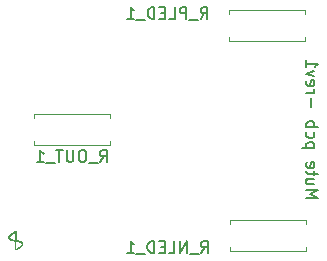
<source format=gbr>
G04 #@! TF.GenerationSoftware,KiCad,Pcbnew,(5.0.0)*
G04 #@! TF.CreationDate,2018-08-26T14:54:30+02:00*
G04 #@! TF.ProjectId,1u_mute,31755F6D7574652E6B696361645F7063,rev?*
G04 #@! TF.SameCoordinates,Original*
G04 #@! TF.FileFunction,Legend,Bot*
G04 #@! TF.FilePolarity,Positive*
%FSLAX46Y46*%
G04 Gerber Fmt 4.6, Leading zero omitted, Abs format (unit mm)*
G04 Created by KiCad (PCBNEW (5.0.0)) date 08/26/18 14:54:30*
%MOMM*%
%LPD*%
G01*
G04 APERTURE LIST*
%ADD10C,0.200000*%
%ADD11C,0.120000*%
%ADD12C,0.050000*%
%ADD13C,0.150000*%
G04 APERTURE END LIST*
D10*
X26147619Y-16809523D02*
X27147619Y-16809523D01*
X26433333Y-16476190D01*
X27147619Y-16142857D01*
X26147619Y-16142857D01*
X26814285Y-15238095D02*
X26147619Y-15238095D01*
X26814285Y-15666666D02*
X26290476Y-15666666D01*
X26195238Y-15619047D01*
X26147619Y-15523809D01*
X26147619Y-15380952D01*
X26195238Y-15285714D01*
X26242857Y-15238095D01*
X26814285Y-14904761D02*
X26814285Y-14523809D01*
X27147619Y-14761904D02*
X26290476Y-14761904D01*
X26195238Y-14714285D01*
X26147619Y-14619047D01*
X26147619Y-14523809D01*
X26195238Y-13809523D02*
X26147619Y-13904761D01*
X26147619Y-14095238D01*
X26195238Y-14190476D01*
X26290476Y-14238095D01*
X26671428Y-14238095D01*
X26766666Y-14190476D01*
X26814285Y-14095238D01*
X26814285Y-13904761D01*
X26766666Y-13809523D01*
X26671428Y-13761904D01*
X26576190Y-13761904D01*
X26480952Y-14238095D01*
X26814285Y-12571428D02*
X25814285Y-12571428D01*
X26766666Y-12571428D02*
X26814285Y-12476190D01*
X26814285Y-12285714D01*
X26766666Y-12190476D01*
X26719047Y-12142857D01*
X26623809Y-12095238D01*
X26338095Y-12095238D01*
X26242857Y-12142857D01*
X26195238Y-12190476D01*
X26147619Y-12285714D01*
X26147619Y-12476190D01*
X26195238Y-12571428D01*
X26195238Y-11238095D02*
X26147619Y-11333333D01*
X26147619Y-11523809D01*
X26195238Y-11619047D01*
X26242857Y-11666666D01*
X26338095Y-11714285D01*
X26623809Y-11714285D01*
X26719047Y-11666666D01*
X26766666Y-11619047D01*
X26814285Y-11523809D01*
X26814285Y-11333333D01*
X26766666Y-11238095D01*
X26147619Y-10809523D02*
X27147619Y-10809523D01*
X26766666Y-10809523D02*
X26814285Y-10714285D01*
X26814285Y-10523809D01*
X26766666Y-10428571D01*
X26719047Y-10380952D01*
X26623809Y-10333333D01*
X26338095Y-10333333D01*
X26242857Y-10380952D01*
X26195238Y-10428571D01*
X26147619Y-10523809D01*
X26147619Y-10714285D01*
X26195238Y-10809523D01*
X26528571Y-9142857D02*
X26528571Y-8380952D01*
X26147619Y-7904761D02*
X26814285Y-7904761D01*
X26623809Y-7904761D02*
X26719047Y-7857142D01*
X26766666Y-7809523D01*
X26814285Y-7714285D01*
X26814285Y-7619047D01*
X26195238Y-6904761D02*
X26147619Y-7000000D01*
X26147619Y-7190476D01*
X26195238Y-7285714D01*
X26290476Y-7333333D01*
X26671428Y-7333333D01*
X26766666Y-7285714D01*
X26814285Y-7190476D01*
X26814285Y-7000000D01*
X26766666Y-6904761D01*
X26671428Y-6857142D01*
X26576190Y-6857142D01*
X26480952Y-7333333D01*
X26814285Y-6523809D02*
X26147619Y-6285714D01*
X26814285Y-6047619D01*
X26147619Y-5142857D02*
X26147619Y-5714285D01*
X26147619Y-5428571D02*
X27147619Y-5428571D01*
X27004761Y-5523809D01*
X26909523Y-5619047D01*
X26861904Y-5714285D01*
D11*
G04 #@! TO.C,R_NLED_1*
X26080000Y-18690000D02*
X26080000Y-19020000D01*
X19660000Y-18690000D02*
X26080000Y-18690000D01*
X19660000Y-19020000D02*
X19660000Y-18690000D01*
X26080000Y-21310000D02*
X26080000Y-20980000D01*
X19660000Y-21310000D02*
X26080000Y-21310000D01*
X19660000Y-20980000D02*
X19660000Y-21310000D01*
G04 #@! TO.C,R_OUT_1*
X3100000Y-11980000D02*
X3100000Y-12310000D01*
X3100000Y-12310000D02*
X9520000Y-12310000D01*
X9520000Y-12310000D02*
X9520000Y-11980000D01*
X3100000Y-10020000D02*
X3100000Y-9690000D01*
X3100000Y-9690000D02*
X9520000Y-9690000D01*
X9520000Y-9690000D02*
X9520000Y-10020000D01*
G04 #@! TO.C,R_PLED_1*
X26020000Y-890000D02*
X26020000Y-1220000D01*
X19600000Y-890000D02*
X26020000Y-890000D01*
X19600000Y-1220000D02*
X19600000Y-890000D01*
X26020000Y-3510000D02*
X26020000Y-3180000D01*
X19600000Y-3510000D02*
X26020000Y-3510000D01*
X19600000Y-3180000D02*
X19600000Y-3510000D01*
D12*
G04 #@! TO.C,REF\002A\002A*
X1329657Y-20349699D02*
X1339733Y-20351487D01*
X1359927Y-20354917D02*
X1370044Y-20356560D01*
X1410559Y-20362681D02*
X1420695Y-20364103D01*
X1319575Y-20347856D02*
X1329657Y-20349699D01*
X1160402Y-20309566D02*
X1170193Y-20312559D01*
X1370044Y-20356560D02*
X1380167Y-20358158D01*
X1400417Y-20361215D02*
X1410559Y-20362681D01*
X1451140Y-20368131D02*
X1461305Y-20369398D01*
X1380167Y-20358158D02*
X1390289Y-20359708D01*
X1249395Y-20333353D02*
X1259383Y-20335612D01*
X1239430Y-20331026D02*
X1249395Y-20333353D01*
X1440986Y-20366827D02*
X1451140Y-20368131D01*
X1170193Y-20312559D02*
X1180018Y-20315456D01*
X1501969Y-20374103D02*
X1502011Y-20374108D01*
X1219542Y-20326155D02*
X1229475Y-20328627D01*
X1502011Y-20374108D02*
X1502009Y-20374105D01*
X1481623Y-20371820D02*
X1491799Y-20372979D01*
X1229475Y-20328627D02*
X1239430Y-20331026D01*
X1121566Y-20296514D02*
X1131213Y-20299949D01*
X1430842Y-20365485D02*
X1440986Y-20366827D01*
X1269390Y-20337806D02*
X1279396Y-20339933D01*
X1199742Y-20320976D02*
X1209628Y-20323605D01*
X1299459Y-20344009D02*
X1309506Y-20345959D01*
X1150635Y-20306469D02*
X1160402Y-20309566D01*
X1420695Y-20364103D02*
X1430842Y-20365485D01*
X1189875Y-20318262D02*
X1199742Y-20320976D01*
X1339733Y-20351487D02*
X1349818Y-20353225D01*
X1289416Y-20342000D02*
X1299459Y-20344009D01*
X1471457Y-20370626D02*
X1481623Y-20371820D01*
X1349818Y-20353225D02*
X1359927Y-20354917D01*
X1140909Y-20303267D02*
X1150635Y-20306469D01*
X1209628Y-20323605D02*
X1219542Y-20326155D01*
X1390289Y-20359708D02*
X1400417Y-20361215D01*
X1309506Y-20345959D02*
X1319575Y-20347856D01*
X1180018Y-20315456D02*
X1189875Y-20318262D01*
X1131213Y-20299949D02*
X1140909Y-20303267D01*
X1461305Y-20369398D02*
X1471457Y-20370626D01*
X1259383Y-20335612D02*
X1269390Y-20337806D01*
X1491799Y-20372979D02*
X1501969Y-20374103D01*
X1279396Y-20339933D02*
X1289416Y-20342000D01*
X1183441Y-19868631D02*
X1175027Y-19874637D01*
X1109350Y-19924808D02*
X1101383Y-19931379D01*
X1150037Y-19892989D02*
X1141796Y-19899223D01*
X1166658Y-19880695D02*
X1158331Y-19886809D01*
X1055077Y-19972587D02*
X1047668Y-19979789D01*
X1092937Y-20285419D02*
X1102432Y-20289261D01*
X1208881Y-19850936D02*
X1200368Y-19856783D01*
X1083509Y-20281426D02*
X1092937Y-20285419D01*
X1217439Y-19845130D02*
X1208881Y-19850936D01*
X1037652Y-20258729D02*
X1046616Y-20263685D01*
X1074155Y-20277270D02*
X1083509Y-20281426D01*
X1085636Y-19944766D02*
X1077864Y-19951590D01*
X1070185Y-19958491D02*
X1062590Y-19965485D01*
X1020176Y-20248067D02*
X1028829Y-20253530D01*
X1158331Y-19886809D02*
X1150037Y-19892989D01*
X1055695Y-20268414D02*
X1064885Y-20272940D01*
X952207Y-20121990D02*
X950635Y-20132065D01*
X1125472Y-19911875D02*
X1117387Y-19918303D01*
X1033178Y-19994536D02*
X1026206Y-20001969D01*
X1191889Y-19862680D02*
X1183441Y-19868631D01*
X1175027Y-19874637D02*
X1166658Y-19880695D01*
X1011717Y-20242312D02*
X1020176Y-20248067D01*
X974091Y-20207869D02*
X980739Y-20215650D01*
X1117387Y-19918303D02*
X1109350Y-19924808D01*
X957798Y-20102428D02*
X954631Y-20112105D01*
X1006003Y-20024916D02*
X999566Y-20032811D01*
X1062590Y-19965485D02*
X1055077Y-19972587D01*
X1111971Y-20292953D02*
X1121566Y-20296514D01*
X1102432Y-20289261D02*
X1111971Y-20292953D01*
X1064885Y-20272940D02*
X1074155Y-20277270D01*
X970747Y-20074771D02*
X965945Y-20083759D01*
X965945Y-20083759D02*
X961600Y-20092979D01*
X993309Y-20040855D02*
X987261Y-20049059D01*
X951990Y-20162467D02*
X954591Y-20172305D01*
X1046616Y-20263685D02*
X1055695Y-20268414D01*
X968087Y-20199644D02*
X974091Y-20207869D01*
X981461Y-20057431D02*
X975942Y-20065994D01*
X1077864Y-19951590D02*
X1070185Y-19958491D01*
X950465Y-20152405D02*
X951990Y-20162467D01*
X1019341Y-20009505D02*
X1012602Y-20017150D01*
X1003489Y-20236231D02*
X1011717Y-20242312D01*
X995539Y-20229790D02*
X1003489Y-20236231D01*
X954591Y-20172305D02*
X958215Y-20181836D01*
X987261Y-20049059D02*
X981461Y-20057431D01*
X1040367Y-19987101D02*
X1033178Y-19994536D01*
X1133607Y-19905518D02*
X1125472Y-19911875D01*
X1101383Y-19931379D02*
X1093474Y-19938033D01*
X1141796Y-19899223D02*
X1133607Y-19905518D01*
X1200368Y-19856783D02*
X1191889Y-19862680D01*
X962751Y-20190958D02*
X968087Y-20199644D01*
X961600Y-20092979D02*
X957798Y-20102428D01*
X975942Y-20065994D02*
X970747Y-20074771D01*
X1028829Y-20253530D02*
X1037652Y-20258729D01*
X987923Y-20222939D02*
X995539Y-20229790D01*
X980739Y-20215650D02*
X987923Y-20222939D01*
X950028Y-20142225D02*
X950465Y-20152405D01*
X958215Y-20181836D02*
X962751Y-20190958D01*
X1093474Y-19938033D02*
X1085636Y-19944766D01*
X950635Y-20132065D02*
X950028Y-20142225D01*
X954631Y-20112105D02*
X952207Y-20121990D01*
X999566Y-20032811D02*
X993309Y-20040855D01*
X1047668Y-19979789D02*
X1040367Y-19987101D01*
X1012602Y-20017150D02*
X1006003Y-20024916D01*
X1026206Y-20001969D02*
X1019341Y-20009505D01*
X2043467Y-20536941D02*
X2050798Y-20543938D01*
X2020037Y-20517576D02*
X2028069Y-20523763D01*
X2011808Y-20511653D02*
X2020037Y-20517576D01*
X2057864Y-20551210D02*
X2064644Y-20558753D01*
X2050798Y-20543938D02*
X2057864Y-20551210D01*
X2003405Y-20505989D02*
X2011808Y-20511653D01*
X1977270Y-20490450D02*
X1986119Y-20495396D01*
X2035892Y-20530223D02*
X2043467Y-20536941D01*
X2028069Y-20523763D02*
X2035892Y-20530223D01*
X1994834Y-20500572D02*
X2003405Y-20505989D01*
X1986119Y-20495396D02*
X1994834Y-20500572D01*
X2100212Y-20630802D02*
X2101950Y-20640819D01*
X2071116Y-20566552D02*
X2076996Y-20574842D01*
X2064644Y-20558753D02*
X2071116Y-20566552D01*
X2091284Y-20601710D02*
X2094872Y-20611213D01*
X2101950Y-20640819D02*
X2103057Y-20650912D01*
X2087099Y-20592457D02*
X2091284Y-20601710D01*
X2103057Y-20650912D02*
X2103533Y-20661056D01*
X2097851Y-20620925D02*
X2100212Y-20630802D01*
X2094872Y-20611213D02*
X2097851Y-20620925D01*
X2082327Y-20583482D02*
X2087099Y-20592457D01*
X2076996Y-20574842D02*
X2082327Y-20583482D01*
X1775603Y-20419085D02*
X1785579Y-20421589D01*
X1815373Y-20429573D02*
X1825256Y-20432397D01*
X1805462Y-20426831D02*
X1815373Y-20429573D01*
X1844945Y-20438299D02*
X1854736Y-20441376D01*
X1785579Y-20421589D02*
X1795527Y-20424169D01*
X1864510Y-20444545D02*
X1874252Y-20447804D01*
X1795527Y-20424169D02*
X1805462Y-20426831D01*
X1854736Y-20441376D02*
X1864510Y-20444545D01*
X1765618Y-20416659D02*
X1775603Y-20419085D01*
X1835118Y-20435306D02*
X1844945Y-20438299D01*
X1825256Y-20432397D02*
X1835118Y-20435306D01*
X1450533Y-19707611D02*
X1441899Y-19712129D01*
X1424682Y-19721258D02*
X1416099Y-19725869D01*
X1226019Y-19839379D02*
X1217439Y-19845130D01*
X1234641Y-19833666D02*
X1226019Y-19839379D01*
X1243288Y-19828001D02*
X1234641Y-19833666D01*
X1251960Y-19822383D02*
X1243288Y-19828001D01*
X1260660Y-19816807D02*
X1251960Y-19822383D01*
X1278154Y-19805774D02*
X1269394Y-19811270D01*
X1441899Y-19712129D02*
X1433279Y-19716680D01*
X1459189Y-19703123D02*
X1450533Y-19707611D01*
X1398982Y-19735182D02*
X1390456Y-19739879D01*
X1304554Y-19789549D02*
X1295730Y-19794918D01*
X1322285Y-19778923D02*
X1313406Y-19784218D01*
X1416099Y-19725869D02*
X1407527Y-19730513D01*
X1390456Y-19739879D02*
X1381941Y-19744610D01*
X1339598Y-19768747D02*
X1331190Y-19773665D01*
X1269394Y-19811270D02*
X1260660Y-19816807D01*
X1286934Y-19800323D02*
X1278154Y-19805774D01*
X1364958Y-19754168D02*
X1356482Y-19758998D01*
X1295730Y-19794918D02*
X1286934Y-19800323D01*
X1348035Y-19763854D02*
X1339598Y-19768747D01*
X1373446Y-19749371D02*
X1364958Y-19754168D01*
X1356482Y-19758998D02*
X1348035Y-19763854D01*
X1313406Y-19784218D02*
X1304554Y-19789549D01*
X1381941Y-19744610D02*
X1373446Y-19749371D01*
X1433279Y-19716680D02*
X1424682Y-19721258D01*
X1331190Y-19773665D02*
X1322285Y-19778923D01*
X1407527Y-19730513D02*
X1398982Y-19735182D01*
X1468825Y-19733059D02*
X1468797Y-19722667D01*
X1468856Y-19743470D02*
X1468825Y-19733059D01*
X1470281Y-19961999D02*
X1470182Y-19951594D01*
X1468708Y-19660257D02*
X1468706Y-19649862D01*
X1468736Y-19691450D02*
X1468723Y-19681055D01*
X1468753Y-19701857D02*
X1468736Y-19691450D01*
X1470489Y-19982811D02*
X1470384Y-19972413D01*
X1469901Y-19920360D02*
X1469814Y-19909955D01*
X1469291Y-19837124D02*
X1469229Y-19826721D01*
X1469649Y-19889146D02*
X1469571Y-19878734D01*
X1472122Y-20118028D02*
X1471979Y-20107621D01*
X1469425Y-19857931D02*
X1469356Y-19847522D01*
X1472415Y-20138828D02*
X1472267Y-20128424D01*
X1473033Y-20180438D02*
X1472874Y-20170029D01*
X1468890Y-19753868D02*
X1468856Y-19743470D01*
X1469730Y-19899550D02*
X1469649Y-19889146D01*
X1472267Y-20128424D02*
X1472122Y-20118028D01*
X1511522Y-19676996D02*
X1504575Y-19680289D01*
X1469814Y-19909955D02*
X1469730Y-19899550D01*
X1468929Y-19764271D02*
X1468890Y-19753868D01*
X1470182Y-19951594D02*
X1470085Y-19941180D01*
X1468713Y-19670653D02*
X1468708Y-19660257D01*
X1468970Y-19774674D02*
X1468929Y-19764271D01*
X1469171Y-19816311D02*
X1469116Y-19805902D01*
X1470823Y-20014026D02*
X1470709Y-20003626D01*
X1466864Y-19699178D02*
X1459189Y-19703123D01*
X1474547Y-19695264D02*
X1466864Y-19699178D01*
X1482249Y-19691376D02*
X1474547Y-19695264D01*
X1472718Y-20159624D02*
X1472565Y-20149231D01*
X1469116Y-19805902D02*
X1469064Y-19795494D01*
X1489955Y-19687524D02*
X1482249Y-19691376D01*
X1471569Y-20076416D02*
X1471438Y-20066020D01*
X1497684Y-19683702D02*
X1489955Y-19687524D01*
X1469992Y-19930766D02*
X1469901Y-19920360D01*
X1502959Y-19671566D02*
X1511522Y-19676996D01*
X1469015Y-19785084D02*
X1468970Y-19774674D01*
X1470709Y-20003626D02*
X1470598Y-19993215D01*
X1468773Y-19712257D02*
X1468753Y-19701857D01*
X1468797Y-19722667D02*
X1468773Y-19712257D01*
X1469571Y-19878734D02*
X1469496Y-19868324D01*
X1469356Y-19847522D02*
X1469291Y-19837124D01*
X1470941Y-20024421D02*
X1470823Y-20014026D01*
X1471703Y-20086818D02*
X1471569Y-20076416D01*
X1469496Y-19868324D02*
X1469425Y-19857931D01*
X1472565Y-20149231D02*
X1472415Y-20138828D01*
X1471183Y-20045218D02*
X1471060Y-20034815D01*
X1504575Y-19680289D02*
X1497684Y-19683702D01*
X1468723Y-19681055D02*
X1468713Y-19670653D01*
X1469064Y-19795494D02*
X1469015Y-19785084D01*
X1470384Y-19972413D02*
X1470281Y-19961999D01*
X1471060Y-20034815D02*
X1470941Y-20024421D01*
X1494389Y-19666132D02*
X1502959Y-19671566D01*
X1485834Y-19660707D02*
X1494389Y-19666132D01*
X1477267Y-19655275D02*
X1485834Y-19660707D01*
X1468706Y-19649846D02*
X1477267Y-19655275D01*
X1468706Y-19649862D02*
X1468706Y-19649846D01*
X1469229Y-19826721D02*
X1469171Y-19816311D01*
X1471840Y-20097215D02*
X1471703Y-20086818D01*
X1471979Y-20107621D02*
X1471840Y-20097215D01*
X1470085Y-19941180D02*
X1469992Y-19930766D01*
X1470598Y-19993215D02*
X1470489Y-19982811D01*
X1471309Y-20055616D02*
X1471183Y-20045218D01*
X1471438Y-20066020D02*
X1471309Y-20055616D01*
X1472874Y-20170029D02*
X1472718Y-20159624D01*
X1654786Y-20394458D02*
X1664917Y-20396170D01*
X1695261Y-20401648D02*
X1705352Y-20403594D01*
X1705352Y-20403594D02*
X1715440Y-20405604D01*
X1664917Y-20396170D02*
X1675045Y-20397939D01*
X1675045Y-20397939D02*
X1685154Y-20399763D01*
X1755621Y-20414308D02*
X1765618Y-20416659D01*
X1725515Y-20407680D02*
X1735570Y-20409821D01*
X1685154Y-20399763D02*
X1695261Y-20401648D01*
X1745605Y-20412030D02*
X1755621Y-20414308D01*
X1715440Y-20405604D02*
X1725515Y-20407680D01*
X1735570Y-20409821D02*
X1745605Y-20412030D01*
X2102580Y-20681347D02*
X2101147Y-20691419D01*
X2096377Y-20711163D02*
X2092942Y-20720913D01*
X2075342Y-20758294D02*
X2070083Y-20767193D01*
X2080280Y-20749210D02*
X2075342Y-20758294D01*
X2084873Y-20739948D02*
X2080280Y-20749210D01*
X2089100Y-20730515D02*
X2084873Y-20739948D01*
X2103533Y-20661056D02*
X2103374Y-20671224D01*
X2101147Y-20691419D02*
X2099078Y-20701375D01*
X2092942Y-20720913D02*
X2089100Y-20730515D01*
X2099078Y-20701375D02*
X2096377Y-20711163D01*
X2103374Y-20671224D02*
X2102580Y-20681347D01*
X1474394Y-20263642D02*
X1474214Y-20253233D01*
X1474760Y-20284451D02*
X1474575Y-20274044D01*
X1474946Y-20294857D02*
X1474760Y-20284451D01*
X1476529Y-20378088D02*
X1476323Y-20367694D01*
X1476738Y-20388499D02*
X1476529Y-20378088D01*
X1477596Y-20430103D02*
X1477378Y-20419708D01*
X1478040Y-20450902D02*
X1477817Y-20440495D01*
X1477817Y-20440495D02*
X1477596Y-20430103D01*
X1477378Y-20419708D02*
X1477162Y-20409313D01*
X1476323Y-20367694D02*
X1476119Y-20357299D01*
X1475327Y-20315665D02*
X1475135Y-20305257D01*
X1478493Y-20471705D02*
X1478265Y-20461299D01*
X1475917Y-20346888D02*
X1475718Y-20336485D01*
X1474038Y-20242840D02*
X1473864Y-20232433D01*
X1475718Y-20336485D02*
X1475521Y-20326076D01*
X1476949Y-20398902D02*
X1476738Y-20388499D01*
X1478265Y-20461299D02*
X1478040Y-20450902D01*
X1474214Y-20253233D02*
X1474038Y-20242840D01*
X1476119Y-20357299D02*
X1475917Y-20346888D01*
X1473524Y-20211642D02*
X1473357Y-20201235D01*
X1477162Y-20409313D02*
X1476949Y-20398902D01*
X1474575Y-20274044D02*
X1474394Y-20263642D01*
X1475521Y-20326076D02*
X1475327Y-20315665D01*
X1473194Y-20190842D02*
X1473033Y-20180438D01*
X1475135Y-20305257D02*
X1474946Y-20294857D01*
X1473864Y-20232433D02*
X1473692Y-20222038D01*
X1473357Y-20201235D02*
X1473194Y-20190842D01*
X1473692Y-20222038D02*
X1473524Y-20211642D01*
X1491771Y-20960490D02*
X1491435Y-20950091D01*
X1495278Y-21064455D02*
X1494914Y-21054048D01*
X1494914Y-21054048D02*
X1494553Y-21043645D01*
X1492451Y-20981287D02*
X1492110Y-20970885D01*
X1496014Y-21085245D02*
X1495644Y-21074846D01*
X1496765Y-21106049D02*
X1496388Y-21095644D01*
X1493841Y-21022854D02*
X1493490Y-21012463D01*
X1482449Y-20638160D02*
X1482185Y-20627765D01*
X1488521Y-20856528D02*
X1488209Y-20846139D01*
X1490771Y-20929306D02*
X1490442Y-20918917D01*
X1491435Y-20950091D02*
X1491102Y-20939701D01*
X1491102Y-20939701D02*
X1490771Y-20929306D01*
X1493490Y-21012463D02*
X1493141Y-21002071D01*
X1496388Y-21095644D02*
X1496014Y-21085245D01*
X1487287Y-20814946D02*
X1486985Y-20804547D01*
X1489471Y-20887714D02*
X1489152Y-20877315D01*
X1487900Y-20835733D02*
X1487592Y-20825343D01*
X1488209Y-20846139D02*
X1487900Y-20835733D01*
X1490116Y-20908516D02*
X1489792Y-20898113D01*
X1495644Y-21074846D02*
X1495278Y-21064455D01*
X1488835Y-20866922D02*
X1488521Y-20856528D01*
X1478723Y-20482116D02*
X1478493Y-20471705D01*
X1478955Y-20492517D02*
X1478723Y-20482116D01*
X1492795Y-20991681D02*
X1492451Y-20981287D01*
X1479190Y-20502929D02*
X1478955Y-20492517D01*
X1481663Y-20606963D02*
X1481405Y-20596562D01*
X1485797Y-20762954D02*
X1485505Y-20752556D01*
X1479427Y-20513336D02*
X1479190Y-20502929D01*
X1479666Y-20523735D02*
X1479427Y-20513336D01*
X1479908Y-20534146D02*
X1479666Y-20523735D01*
X1486386Y-20783749D02*
X1486090Y-20773344D01*
X1480152Y-20544543D02*
X1479908Y-20534146D01*
X1480398Y-20554946D02*
X1480152Y-20544543D01*
X1480646Y-20565353D02*
X1480398Y-20554946D01*
X1480897Y-20575760D02*
X1480646Y-20565353D01*
X1485505Y-20752556D02*
X1485216Y-20742153D01*
X1481923Y-20617365D02*
X1481663Y-20606963D01*
X1483804Y-20690150D02*
X1483529Y-20679751D01*
X1494196Y-21033252D02*
X1493841Y-21022854D01*
X1483255Y-20669357D02*
X1482984Y-20658959D01*
X1494553Y-21043645D02*
X1494196Y-21033252D01*
X1497146Y-21116445D02*
X1496765Y-21106049D01*
X1497531Y-21126839D02*
X1497146Y-21116445D01*
X1484644Y-20721347D02*
X1484362Y-20710951D01*
X1490442Y-20918917D02*
X1490116Y-20908516D01*
X1497921Y-21137235D02*
X1497531Y-21126839D01*
X1489792Y-20898113D02*
X1489471Y-20887714D01*
X1481150Y-20586164D02*
X1480897Y-20575760D01*
X1482716Y-20648558D02*
X1482449Y-20638160D01*
X1484929Y-20731749D02*
X1484644Y-20721347D01*
X1493141Y-21002071D02*
X1492795Y-20991681D01*
X1484082Y-20700551D02*
X1483804Y-20690150D01*
X1484362Y-20710951D02*
X1484082Y-20700551D01*
X1489152Y-20877315D02*
X1488835Y-20866922D01*
X1481405Y-20596562D02*
X1481150Y-20586164D01*
X1492110Y-20970885D02*
X1491771Y-20960490D01*
X1485216Y-20742153D02*
X1484929Y-20731749D01*
X1486985Y-20804547D02*
X1486684Y-20794151D01*
X1482185Y-20627765D02*
X1481923Y-20617365D01*
X1482984Y-20658959D02*
X1482716Y-20648558D01*
X1483529Y-20679751D02*
X1483255Y-20669357D01*
X1486090Y-20773344D02*
X1485797Y-20762954D01*
X1486684Y-20794151D02*
X1486386Y-20783749D01*
X1487592Y-20825343D02*
X1487287Y-20814946D01*
X1525029Y-20138772D02*
X1524878Y-20149169D01*
X1526845Y-19993139D02*
X1526734Y-20003540D01*
X1526134Y-20055544D02*
X1526006Y-20065948D01*
X1525176Y-20128365D02*
X1525029Y-20138772D01*
X1525322Y-20117962D02*
X1525176Y-20128365D01*
X1526954Y-19982737D02*
X1526845Y-19993139D01*
X1526006Y-20065948D02*
X1525875Y-20076354D01*
X1527059Y-19972334D02*
X1526954Y-19982737D01*
X1527162Y-19961934D02*
X1527059Y-19972334D01*
X1526620Y-20013938D02*
X1526503Y-20024347D01*
X1527358Y-19941127D02*
X1527261Y-19951521D01*
X1525603Y-20097164D02*
X1525464Y-20107566D01*
X1523920Y-20211587D02*
X1523751Y-20221985D01*
X1524086Y-20201190D02*
X1523920Y-20211587D01*
X1526260Y-20045144D02*
X1526134Y-20055544D01*
X1525740Y-20086760D02*
X1525603Y-20097164D01*
X1524411Y-20180383D02*
X1524249Y-20190796D01*
X1524249Y-20190796D02*
X1524086Y-20201190D01*
X1527261Y-19951521D02*
X1527162Y-19961934D01*
X1526383Y-20034749D02*
X1526260Y-20045144D01*
X1527451Y-19930724D02*
X1527358Y-19941127D01*
X1525464Y-20107566D02*
X1525322Y-20117962D01*
X1524725Y-20159580D02*
X1524569Y-20169977D01*
X1525875Y-20076354D02*
X1525740Y-20086760D01*
X1526503Y-20024347D02*
X1526383Y-20034749D01*
X1524569Y-20169977D02*
X1524411Y-20180383D01*
X1526734Y-20003540D02*
X1526620Y-20013938D01*
X1524878Y-20149169D02*
X1524725Y-20159580D01*
X1422805Y-19654363D02*
X1431654Y-19649775D01*
X1528729Y-19670680D02*
X1528720Y-19681076D01*
X1447430Y-19641703D02*
X1455337Y-19637711D01*
X1291964Y-19727104D02*
X1300777Y-19721904D01*
X1528737Y-19630917D02*
X1528737Y-19640393D01*
X1309378Y-19716873D02*
X1318004Y-19711871D01*
X1256926Y-19748247D02*
X1265655Y-19742906D01*
X1528735Y-19660269D02*
X1528729Y-19670680D01*
X1528737Y-19649862D02*
X1528735Y-19660269D01*
X1396379Y-19668313D02*
X1405168Y-19663633D01*
X1318004Y-19711871D02*
X1326642Y-19706904D01*
X1326642Y-19706904D02*
X1335291Y-19701974D01*
X1335291Y-19701974D02*
X1343964Y-19697073D01*
X1265655Y-19742906D02*
X1274398Y-19737607D01*
X1528720Y-19681076D02*
X1528707Y-19691473D01*
X1370087Y-19682557D02*
X1378835Y-19677777D01*
X1431654Y-19649775D02*
X1439538Y-19645723D01*
X1413971Y-19658985D02*
X1422805Y-19654363D01*
X1405168Y-19663633D02*
X1413971Y-19658985D01*
X1352658Y-19692201D02*
X1361360Y-19687365D01*
X1387596Y-19673031D02*
X1396379Y-19668313D01*
X1527541Y-19920313D02*
X1527451Y-19930724D01*
X1528707Y-19691473D02*
X1528690Y-19701871D01*
X1283164Y-19732343D02*
X1291964Y-19727104D01*
X1527794Y-19889119D02*
X1527713Y-19899517D01*
X1528151Y-19837107D02*
X1528086Y-19847508D01*
X1471203Y-19629824D02*
X1478540Y-19626196D01*
X1527629Y-19909910D02*
X1527541Y-19920313D01*
X1527713Y-19899517D02*
X1527629Y-19909910D01*
X1527872Y-19878718D02*
X1527794Y-19889119D01*
X1455337Y-19637711D02*
X1463264Y-19633749D01*
X1527946Y-19868315D02*
X1527872Y-19878718D01*
X1528018Y-19857912D02*
X1527946Y-19868315D01*
X1528086Y-19847508D02*
X1528018Y-19857912D01*
X1528213Y-19826708D02*
X1528151Y-19837107D01*
X1478540Y-19626196D02*
X1485917Y-19622697D01*
X1528272Y-19816312D02*
X1528213Y-19826708D01*
X1528327Y-19805906D02*
X1528272Y-19816312D01*
X1528737Y-19602518D02*
X1528737Y-19611985D01*
X1528379Y-19795505D02*
X1528327Y-19805906D01*
X1528587Y-19743484D02*
X1528552Y-19753887D01*
X1528690Y-19701871D02*
X1528670Y-19712269D01*
X1528737Y-19621457D02*
X1528737Y-19630917D01*
X1503051Y-19614621D02*
X1511604Y-19610590D01*
X1343964Y-19697073D02*
X1352658Y-19692201D01*
X1528427Y-19785096D02*
X1528379Y-19795505D01*
X1361360Y-19687365D02*
X1370087Y-19682557D01*
X1528472Y-19774694D02*
X1528427Y-19785096D01*
X1528737Y-19640393D02*
X1528737Y-19649862D01*
X1494489Y-19618656D02*
X1503051Y-19614621D01*
X1274398Y-19737607D02*
X1283164Y-19732343D01*
X1520170Y-19606554D02*
X1528737Y-19602518D01*
X1511604Y-19610590D02*
X1520170Y-19606554D01*
X1378835Y-19677777D02*
X1387596Y-19673031D01*
X1528618Y-19733076D02*
X1528587Y-19743484D01*
X1300777Y-19721904D02*
X1309378Y-19716873D01*
X1485917Y-19622697D02*
X1494489Y-19618656D01*
X1439538Y-19645723D02*
X1447430Y-19641703D01*
X1528514Y-19764286D02*
X1528472Y-19774694D01*
X1528552Y-19753887D02*
X1528514Y-19764286D01*
X1528646Y-19722666D02*
X1528618Y-19733076D01*
X1528670Y-19712269D02*
X1528646Y-19722666D01*
X1528737Y-19611985D02*
X1528737Y-19621457D01*
X1463264Y-19633749D02*
X1471203Y-19629824D01*
X1506672Y-20929272D02*
X1506341Y-20939671D01*
X1505671Y-20960466D02*
X1505333Y-20970862D01*
X1498316Y-21147630D02*
X1497921Y-21137235D01*
X1498721Y-21158034D02*
X1498316Y-21147630D01*
X1507651Y-20898075D02*
X1507327Y-20908479D01*
X1499521Y-21137221D02*
X1499125Y-21147627D01*
X1506341Y-20939671D02*
X1506008Y-20950067D01*
X1507001Y-20918876D02*
X1506672Y-20929272D01*
X1507327Y-20908479D02*
X1507001Y-20918876D01*
X1507973Y-20887664D02*
X1507651Y-20898075D01*
X1504648Y-20991647D02*
X1504302Y-21002045D01*
X1500677Y-21106039D02*
X1500296Y-21116433D01*
X1501428Y-21085234D02*
X1501054Y-21095639D01*
X1505333Y-20970862D02*
X1504992Y-20981255D01*
X1504302Y-21002045D02*
X1503953Y-21012444D01*
X1502165Y-21064432D02*
X1501798Y-21074837D01*
X1499125Y-21147627D02*
X1498721Y-21158034D01*
X1499911Y-21126825D02*
X1499521Y-21137221D01*
X1503246Y-21033243D02*
X1502889Y-21043636D01*
X1500296Y-21116433D02*
X1499911Y-21126825D01*
X1502528Y-21054031D02*
X1502165Y-21064432D01*
X1503601Y-21022841D02*
X1503246Y-21033243D01*
X1502889Y-21043636D02*
X1502528Y-21054031D01*
X1501054Y-21095639D02*
X1500677Y-21106039D01*
X1503953Y-21012444D02*
X1503601Y-21022841D01*
X1506008Y-20950067D02*
X1505671Y-20960466D01*
X1501798Y-21074837D02*
X1501428Y-21085234D01*
X1504992Y-20981255D02*
X1504648Y-20991647D01*
X1523751Y-20221985D02*
X1523579Y-20232382D01*
X1513640Y-20690057D02*
X1513363Y-20700456D01*
X1518951Y-20471650D02*
X1518721Y-20482052D01*
X1511354Y-20773261D02*
X1511058Y-20783662D01*
X1510760Y-20794068D02*
X1510460Y-20804462D01*
X1512515Y-20731672D02*
X1512228Y-20742072D01*
X1519404Y-20450853D02*
X1519178Y-20461256D01*
X1518017Y-20513250D02*
X1517778Y-20523650D01*
X1516039Y-20596466D02*
X1515782Y-20606864D01*
X1517293Y-20544447D02*
X1517047Y-20554850D01*
X1522116Y-20315606D02*
X1521922Y-20326009D01*
X1512228Y-20742072D02*
X1511939Y-20752463D01*
X1513916Y-20679652D02*
X1513640Y-20690057D01*
X1516548Y-20575655D02*
X1516294Y-20586061D01*
X1522497Y-20294801D02*
X1522308Y-20305214D01*
X1517537Y-20534051D02*
X1517293Y-20544447D01*
X1523229Y-20253185D02*
X1523050Y-20263587D01*
X1517778Y-20523650D02*
X1517537Y-20534051D01*
X1523050Y-20263587D02*
X1522868Y-20273990D01*
X1514189Y-20669251D02*
X1513916Y-20679652D01*
X1518721Y-20482052D02*
X1518489Y-20492455D01*
X1511648Y-20762857D02*
X1511354Y-20773261D01*
X1514461Y-20658848D02*
X1514189Y-20669251D01*
X1515522Y-20617265D02*
X1515260Y-20627660D01*
X1520066Y-20419638D02*
X1519847Y-20430040D01*
X1508292Y-20877263D02*
X1507973Y-20887664D01*
X1508608Y-20866868D02*
X1508292Y-20877263D01*
X1508922Y-20856473D02*
X1508608Y-20866868D01*
X1509235Y-20846066D02*
X1508922Y-20856473D01*
X1515260Y-20627660D02*
X1514996Y-20638059D01*
X1509544Y-20835671D02*
X1509235Y-20846066D01*
X1521325Y-20357215D02*
X1521121Y-20367617D01*
X1509852Y-20825272D02*
X1509544Y-20835671D01*
X1518254Y-20502856D02*
X1518017Y-20513250D01*
X1512800Y-20721274D02*
X1512515Y-20731672D01*
X1514729Y-20648452D02*
X1514461Y-20658848D01*
X1519847Y-20430040D02*
X1519627Y-20440447D01*
X1513082Y-20710865D02*
X1512800Y-20721274D01*
X1516294Y-20586061D02*
X1516039Y-20596466D01*
X1517047Y-20554850D02*
X1516798Y-20565255D01*
X1516798Y-20565255D02*
X1516548Y-20575655D01*
X1520281Y-20409243D02*
X1520066Y-20419638D01*
X1521526Y-20346821D02*
X1521325Y-20357215D01*
X1523406Y-20242774D02*
X1523229Y-20253185D01*
X1520706Y-20388433D02*
X1520495Y-20398840D01*
X1523579Y-20232382D02*
X1523406Y-20242774D01*
X1522684Y-20284392D02*
X1522497Y-20294801D01*
X1511939Y-20752463D02*
X1511648Y-20762857D01*
X1514996Y-20638059D02*
X1514729Y-20648452D01*
X1519178Y-20461256D02*
X1518951Y-20471650D01*
X1520495Y-20398840D02*
X1520281Y-20409243D01*
X1510157Y-20814869D02*
X1509852Y-20825272D01*
X1510460Y-20804462D02*
X1510157Y-20814869D01*
X1511058Y-20783662D02*
X1510760Y-20794068D01*
X1513363Y-20700456D02*
X1513082Y-20710865D01*
X1515782Y-20606864D02*
X1515522Y-20617265D01*
X1518489Y-20492455D02*
X1518254Y-20502856D01*
X1521726Y-20336419D02*
X1521526Y-20346821D01*
X1521922Y-20326009D02*
X1521726Y-20336419D01*
X1522308Y-20305214D02*
X1522116Y-20315606D01*
X1519627Y-20440447D02*
X1519404Y-20450853D01*
X1520915Y-20378024D02*
X1520706Y-20388433D01*
X1522868Y-20273990D02*
X1522684Y-20284392D01*
X1521121Y-20367617D02*
X1520915Y-20378024D01*
X1259711Y-20398324D02*
X1249551Y-20396206D01*
X1525964Y-20437208D02*
X1515815Y-20436049D01*
X1269879Y-20400381D02*
X1259711Y-20398324D01*
X1474867Y-20431478D02*
X1464565Y-20430282D01*
X1331074Y-20411540D02*
X1320844Y-20409808D01*
X1382308Y-20419522D02*
X1372054Y-20418011D01*
X1596947Y-20446009D02*
X1586823Y-20444663D01*
X1392567Y-20420992D02*
X1382308Y-20419522D01*
X1464565Y-20430282D02*
X1454261Y-20429055D01*
X1536124Y-20438388D02*
X1525964Y-20437208D01*
X1617191Y-20448809D02*
X1607071Y-20447390D01*
X1546264Y-20439589D02*
X1536124Y-20438388D01*
X1361795Y-20416458D02*
X1351543Y-20414863D01*
X1413123Y-20423822D02*
X1402842Y-20422426D01*
X1556407Y-20440816D02*
X1546264Y-20439589D01*
X1402842Y-20422426D02*
X1392567Y-20420992D01*
X1505674Y-20434909D02*
X1495512Y-20433783D01*
X1576682Y-20443350D02*
X1566536Y-20442067D01*
X1433681Y-20426506D02*
X1423397Y-20425181D01*
X1627314Y-20450270D02*
X1617191Y-20448809D01*
X1188978Y-20382051D02*
X1178950Y-20379419D01*
X1229285Y-20391774D02*
X1219181Y-20389456D01*
X1239407Y-20394023D02*
X1229285Y-20391774D01*
X1249551Y-20396206D02*
X1239407Y-20394023D01*
X1485172Y-20432643D02*
X1474867Y-20431478D01*
X1310638Y-20408029D02*
X1300431Y-20406198D01*
X1443963Y-20427796D02*
X1433681Y-20426506D01*
X1280051Y-20402376D02*
X1269879Y-20400381D01*
X1290242Y-20404315D02*
X1280051Y-20402376D01*
X1566536Y-20442067D02*
X1556407Y-20440816D01*
X1341313Y-20413226D02*
X1331074Y-20411540D01*
X1300431Y-20406198D02*
X1290242Y-20404315D01*
X1423397Y-20425181D02*
X1413123Y-20423822D01*
X1586823Y-20444663D02*
X1576682Y-20443350D01*
X1495470Y-20433779D02*
X1485172Y-20432643D01*
X1199019Y-20384596D02*
X1188978Y-20382051D01*
X1219181Y-20389456D02*
X1209092Y-20387065D01*
X1320844Y-20409808D02*
X1310638Y-20408029D01*
X1454261Y-20429055D02*
X1443963Y-20427796D01*
X1351543Y-20414863D02*
X1341313Y-20413226D01*
X1495512Y-20433783D02*
X1495470Y-20433779D01*
X1372054Y-20418011D02*
X1361795Y-20416458D01*
X1607071Y-20447390D02*
X1596947Y-20446009D01*
X1515815Y-20436049D02*
X1505674Y-20434909D01*
X1178950Y-20379419D02*
X1168944Y-20376700D01*
X1209092Y-20387065D02*
X1199019Y-20384596D01*
X1802737Y-21000904D02*
X1794054Y-21006201D01*
X1989827Y-20860937D02*
X1982375Y-20867880D01*
X1982375Y-20867880D02*
X1974851Y-20874724D01*
X1928167Y-20914032D02*
X1920157Y-20920303D01*
X1912093Y-20926496D02*
X1903971Y-20932616D01*
X1516761Y-21149365D02*
X1507743Y-21153703D01*
X1597804Y-21110165D02*
X1588804Y-21114533D01*
X1828608Y-20984663D02*
X1820024Y-20990131D01*
X1895788Y-20938669D02*
X1887546Y-20944656D01*
X1525769Y-21145025D02*
X1516761Y-21149365D01*
X1552787Y-21131980D02*
X1543777Y-21136334D01*
X1570787Y-21123267D02*
X1561784Y-21127627D01*
X1794054Y-21006201D02*
X1785339Y-21011447D01*
X1997193Y-20853906D02*
X1989827Y-20860937D01*
X1854128Y-20967900D02*
X1845655Y-20973554D01*
X1811398Y-20995545D02*
X1802737Y-21000904D01*
X1820024Y-20990131D02*
X1811398Y-20995545D01*
X1870924Y-20956415D02*
X1862552Y-20962187D01*
X1837150Y-20979139D02*
X1828608Y-20984663D01*
X1534772Y-21140682D02*
X1525769Y-21145025D01*
X1936115Y-20907683D02*
X1928167Y-20914032D01*
X1543777Y-21136334D02*
X1534772Y-21140682D01*
X1750167Y-21031954D02*
X1741314Y-21036966D01*
X1561784Y-21127627D02*
X1552787Y-21131980D01*
X1579797Y-21118901D02*
X1570787Y-21123267D01*
X1588804Y-21114533D02*
X1579797Y-21118901D01*
X1767799Y-21021799D02*
X1758998Y-21026898D01*
X1606802Y-21105794D02*
X1597804Y-21110165D01*
X1615795Y-21101423D02*
X1606802Y-21105794D01*
X1651791Y-21083896D02*
X1642797Y-21088280D01*
X1741314Y-21036966D02*
X1732432Y-21041942D01*
X1624794Y-21097045D02*
X1615795Y-21101423D01*
X1687770Y-21066332D02*
X1678773Y-21070728D01*
X1633796Y-21092664D02*
X1624794Y-21097045D01*
X1669784Y-21075117D02*
X1660787Y-21079509D01*
X1714607Y-21051786D02*
X1705665Y-21056663D01*
X1967244Y-20881486D02*
X1959570Y-20888156D01*
X1642797Y-21088280D02*
X1633796Y-21092664D01*
X1862552Y-20962187D02*
X1854128Y-20967900D01*
X1879264Y-20950566D02*
X1870924Y-20956415D01*
X1951820Y-20894746D02*
X1943995Y-20901259D01*
X1974851Y-20874724D02*
X1967244Y-20881486D01*
X1723532Y-21046880D02*
X1714607Y-21051786D01*
X1696717Y-21061510D02*
X1687770Y-21066332D01*
X1705665Y-21056663D02*
X1696717Y-21061510D01*
X1943995Y-20901259D02*
X1936115Y-20907683D01*
X1845655Y-20973554D02*
X1837150Y-20979139D01*
X1903971Y-20932616D02*
X1895788Y-20938669D01*
X1732432Y-21041942D02*
X1723532Y-21046880D01*
X1920157Y-20920303D02*
X1912093Y-20926496D01*
X1785339Y-21011447D02*
X1776585Y-21016646D01*
X1887546Y-20944656D02*
X1879264Y-20950566D01*
X1959570Y-20888156D02*
X1951820Y-20894746D01*
X1660787Y-21079509D02*
X1651791Y-21083896D01*
X1678773Y-21070728D02*
X1669784Y-21075117D01*
X1758998Y-21026898D02*
X1750167Y-21031954D01*
X1776585Y-21016646D02*
X1767799Y-21021799D01*
X2057843Y-20679397D02*
X2058323Y-20669588D01*
X1657594Y-20454908D02*
X1647506Y-20453315D01*
X2048387Y-20717173D02*
X2051625Y-20708011D01*
X1687803Y-20459989D02*
X1677744Y-20458243D01*
X1856576Y-20500241D02*
X1846814Y-20497217D01*
X1787762Y-20480962D02*
X1777842Y-20478544D01*
X1933146Y-20528335D02*
X1923742Y-20524415D01*
X2026007Y-20760254D02*
X2031153Y-20752006D01*
X1797665Y-20483459D02*
X1787762Y-20480962D01*
X1807545Y-20486039D02*
X1797665Y-20483459D01*
X2026290Y-20589260D02*
X2019219Y-20581913D01*
X2052075Y-20631015D02*
X2048491Y-20621876D01*
X1866303Y-20503359D02*
X1856576Y-20500241D01*
X2032900Y-20597026D02*
X2026290Y-20589260D01*
X2056815Y-20650030D02*
X2054848Y-20640422D01*
X1875939Y-20506675D02*
X1866303Y-20503359D01*
X2054848Y-20640422D02*
X2052075Y-20631015D01*
X2048491Y-20621876D02*
X2044097Y-20613103D01*
X2031153Y-20752006D02*
X2036008Y-20743575D01*
X2054339Y-20698677D02*
X2056521Y-20689122D01*
X2009143Y-20784042D02*
X2014976Y-20776254D01*
X2019219Y-20581913D02*
X2011736Y-20574981D01*
X1951731Y-20536750D02*
X1942488Y-20532441D01*
X2014976Y-20776254D02*
X2020605Y-20768330D01*
X1978687Y-20551179D02*
X1969851Y-20546089D01*
X2058323Y-20669588D02*
X2057976Y-20659779D01*
X2051625Y-20708011D02*
X2054339Y-20698677D01*
X2003893Y-20568460D02*
X1995740Y-20562334D01*
X1960861Y-20541291D02*
X1951731Y-20536750D01*
X1637414Y-20451770D02*
X1627314Y-20450270D01*
X1647506Y-20453315D02*
X1637414Y-20451770D01*
X1747954Y-20471744D02*
X1737957Y-20469621D01*
X1677744Y-20458243D02*
X1667676Y-20456550D01*
X1697866Y-20461795D02*
X1687803Y-20459989D01*
X1914275Y-20520650D02*
X1904742Y-20517011D01*
X2038897Y-20604787D02*
X2032900Y-20597026D01*
X2057976Y-20659779D02*
X2056815Y-20650030D01*
X1995740Y-20562334D02*
X1987324Y-20556582D01*
X2040528Y-20734964D02*
X2044669Y-20726165D01*
X1717933Y-20465580D02*
X1707908Y-20463658D01*
X1757927Y-20473935D02*
X1747954Y-20471744D01*
X2011736Y-20574981D02*
X2003893Y-20568460D01*
X1923742Y-20524415D02*
X1914275Y-20520650D01*
X2020605Y-20768330D02*
X2026007Y-20760254D01*
X1837033Y-20494288D02*
X1827230Y-20491451D01*
X1827230Y-20491451D02*
X1817401Y-20488702D01*
X2044097Y-20613103D02*
X2038897Y-20604787D01*
X1707908Y-20463658D02*
X1697866Y-20461795D01*
X1885577Y-20510048D02*
X1875939Y-20506675D01*
X1942488Y-20532441D02*
X1933146Y-20528335D01*
X1987324Y-20556582D02*
X1978687Y-20551179D01*
X2056521Y-20689122D02*
X2057843Y-20679397D01*
X1817401Y-20488702D02*
X1807545Y-20486039D01*
X1667676Y-20456550D02*
X1657594Y-20454908D01*
X1767894Y-20476202D02*
X1757927Y-20473935D01*
X1969851Y-20546089D02*
X1960861Y-20541291D01*
X1777842Y-20478544D02*
X1767894Y-20476202D01*
X2036008Y-20743575D02*
X2040528Y-20734964D01*
X1904742Y-20517011D02*
X1895180Y-20513486D01*
X2044669Y-20726165D02*
X2048387Y-20717173D01*
X1727953Y-20467568D02*
X1717933Y-20465580D01*
X1737957Y-20469621D02*
X1727953Y-20467568D01*
X1846814Y-20497217D02*
X1837033Y-20494288D01*
X1895180Y-20513486D02*
X1885577Y-20510048D01*
X1857345Y-20931630D02*
X1865358Y-20925289D01*
X1663130Y-21063127D02*
X1671807Y-21058152D01*
X1671807Y-21058152D02*
X1680468Y-21053188D01*
X1732233Y-21020257D02*
X1740788Y-21014673D01*
X1833003Y-20950300D02*
X1841159Y-20944139D01*
X1749324Y-21009048D02*
X1757843Y-21003378D01*
X1766331Y-20997669D02*
X1774786Y-20991918D01*
X1515998Y-21147985D02*
X1524633Y-21142973D01*
X1585175Y-21107961D02*
X1593833Y-21102969D01*
X1541925Y-21132952D02*
X1550572Y-21127948D01*
X1849274Y-20937917D02*
X1857345Y-20931630D01*
X1841159Y-20944139D02*
X1849274Y-20937917D01*
X1824806Y-20956400D02*
X1833003Y-20950300D01*
X1567877Y-21117945D02*
X1576529Y-21112950D01*
X1654463Y-21068100D02*
X1663130Y-21063127D01*
X1808275Y-20968448D02*
X1816564Y-20962448D01*
X1533275Y-21137962D02*
X1541925Y-21132952D01*
X1791591Y-20980287D02*
X1799954Y-20974391D01*
X1524633Y-21142973D02*
X1533275Y-21137962D01*
X1645797Y-21073075D02*
X1654463Y-21068100D01*
X1507743Y-21153703D02*
X1498725Y-21158033D01*
X2003140Y-20791699D02*
X2009143Y-20784042D01*
X1723646Y-21025813D02*
X1732233Y-21020257D01*
X1602485Y-21097984D02*
X1611135Y-21093003D01*
X1637125Y-21078056D02*
X1645797Y-21073075D01*
X1996990Y-20799238D02*
X2003140Y-20791699D01*
X1904624Y-20892560D02*
X1912297Y-20885797D01*
X1990716Y-20806671D02*
X1996990Y-20799238D01*
X1984339Y-20814014D02*
X1990716Y-20806671D01*
X1611135Y-21093003D02*
X1619806Y-21088013D01*
X1889091Y-20905860D02*
X1896893Y-20899242D01*
X1977873Y-20821288D02*
X1984339Y-20814014D01*
X1970948Y-20828802D02*
X1977873Y-20821288D01*
X1507357Y-21153006D02*
X1515998Y-21147985D01*
X1912297Y-20885797D02*
X1919904Y-20878959D01*
X1628471Y-21083030D02*
X1637125Y-21078056D01*
X1963913Y-20836234D02*
X1970948Y-20828802D01*
X1956786Y-20843573D02*
X1963913Y-20836234D01*
X1934895Y-20865052D02*
X1942277Y-20857975D01*
X1550572Y-21127948D02*
X1559219Y-21122948D01*
X1689127Y-21047752D02*
X1697781Y-21042300D01*
X1799954Y-20974391D02*
X1808275Y-20968448D01*
X1576529Y-21112950D02*
X1585175Y-21107961D01*
X1783208Y-20986124D02*
X1791591Y-20980287D01*
X1559219Y-21122948D02*
X1567877Y-21117945D01*
X1706417Y-21036831D02*
X1715040Y-21031337D01*
X1680468Y-21053188D02*
X1689127Y-21047752D01*
X1949576Y-20850816D02*
X1956786Y-20843573D01*
X1619806Y-21088013D02*
X1628471Y-21083030D01*
X1927434Y-20872048D02*
X1934895Y-20865052D01*
X1715040Y-21031337D02*
X1723646Y-21025813D01*
X1942277Y-20857975D02*
X1949576Y-20850816D01*
X1757843Y-21003378D02*
X1766331Y-20997669D01*
X1816564Y-20962448D02*
X1824806Y-20956400D01*
X1919904Y-20878959D02*
X1927434Y-20872048D01*
X1740788Y-21014673D02*
X1749324Y-21009048D01*
X1593833Y-21102969D02*
X1602485Y-21097984D01*
X1873323Y-20918880D02*
X1881240Y-20912400D01*
X1774786Y-20991918D02*
X1783208Y-20986124D01*
X1697781Y-21042300D02*
X1706417Y-21036831D01*
X1896893Y-20899242D02*
X1904624Y-20892560D01*
X1881240Y-20912400D02*
X1889091Y-20905860D01*
X1498725Y-21158033D02*
X1507357Y-21153006D01*
X1865358Y-20925289D02*
X1873323Y-20918880D01*
X2011791Y-20839500D02*
X2004468Y-20846785D01*
X2046262Y-20800986D02*
X2039722Y-20808994D01*
X2058682Y-20784453D02*
X2052595Y-20792800D01*
X2026073Y-20824534D02*
X2019004Y-20832081D01*
X2032984Y-20816843D02*
X2026073Y-20824534D01*
X2052595Y-20792800D02*
X2046262Y-20800986D01*
X2070083Y-20767193D02*
X2064519Y-20775917D01*
X2064519Y-20775917D02*
X2058682Y-20784453D01*
X2019004Y-20832081D02*
X2011791Y-20839500D01*
X2039722Y-20808994D02*
X2032984Y-20816843D01*
X2004468Y-20846785D02*
X1997193Y-20853906D01*
X1179516Y-19798090D02*
X1188008Y-19792378D01*
X1056847Y-19890209D02*
X1064687Y-19883624D01*
X1104695Y-19851758D02*
X1112848Y-19845575D01*
X1096589Y-19858003D02*
X1104695Y-19851758D01*
X1041357Y-19903608D02*
X1049068Y-19896870D01*
X1248214Y-19753628D02*
X1256926Y-19748247D01*
X1239541Y-19759038D02*
X1248214Y-19753628D01*
X950034Y-20000134D02*
X956216Y-19991966D01*
X1121037Y-19839456D02*
X1129283Y-19833384D01*
X938267Y-20016906D02*
X944045Y-20008448D01*
X917592Y-20052268D02*
X922354Y-20043196D01*
X944045Y-20008448D02*
X950034Y-20000134D01*
X1145884Y-19821413D02*
X1154239Y-19815508D01*
X1188008Y-19792378D02*
X1196522Y-19786718D01*
X1064687Y-19883624D02*
X1072580Y-19877117D01*
X1129283Y-19833384D02*
X1137566Y-19827370D01*
X1018684Y-19924300D02*
X1026160Y-19917320D01*
X1080529Y-19870680D02*
X1088537Y-19864306D01*
X1230885Y-19764492D02*
X1239541Y-19759038D01*
X1222250Y-19769988D02*
X1230885Y-19764492D01*
X1213645Y-19775524D02*
X1222250Y-19769988D01*
X1162631Y-19809653D02*
X1171063Y-19803843D01*
X975819Y-19968290D02*
X982669Y-19960667D01*
X1205066Y-19781101D02*
X1213645Y-19775524D01*
X1196522Y-19786718D02*
X1205066Y-19781101D01*
X1026160Y-19917320D02*
X1033719Y-19910424D01*
X1171063Y-19803843D02*
X1179516Y-19798090D01*
X1154239Y-19815508D02*
X1162631Y-19809653D01*
X1137566Y-19827370D02*
X1145884Y-19821413D01*
X1011292Y-19931370D02*
X1018684Y-19924300D01*
X969121Y-19976046D02*
X975819Y-19968290D01*
X996775Y-19945803D02*
X1003989Y-19938534D01*
X927402Y-20034279D02*
X932712Y-20025518D01*
X913138Y-20061504D02*
X917592Y-20052268D01*
X1049068Y-19896870D02*
X1056847Y-19890209D01*
X1003989Y-19938534D02*
X1011292Y-19931370D01*
X1112848Y-19845575D02*
X1121037Y-19839456D01*
X932712Y-20025518D02*
X938267Y-20016906D01*
X1088537Y-19864306D02*
X1096589Y-19858003D01*
X1033719Y-19910424D02*
X1041357Y-19903608D01*
X989668Y-19953169D02*
X996775Y-19945803D01*
X962588Y-19983931D02*
X969121Y-19976046D01*
X956216Y-19991966D02*
X962588Y-19983931D01*
X922354Y-20043196D02*
X927402Y-20034279D01*
X1072580Y-19877117D02*
X1080529Y-19870680D01*
X982669Y-19960667D02*
X989668Y-19953169D01*
X1502009Y-20374105D02*
X1512220Y-20375217D01*
X1532639Y-20377524D02*
X1542838Y-20378721D01*
X1522435Y-20376357D02*
X1532639Y-20377524D01*
X1512220Y-20375217D02*
X1522435Y-20376357D01*
X1614157Y-20388121D02*
X1624325Y-20389632D01*
X1634493Y-20391191D02*
X1644648Y-20392799D01*
X1644648Y-20392799D02*
X1654786Y-20394458D01*
X1624325Y-20389632D02*
X1634493Y-20391191D01*
X1593802Y-20385235D02*
X1603985Y-20386656D01*
X1583614Y-20383856D02*
X1593802Y-20385235D01*
X1573425Y-20382517D02*
X1583614Y-20383856D01*
X1563240Y-20381217D02*
X1573425Y-20382517D01*
X1553037Y-20379952D02*
X1563240Y-20381217D01*
X1542838Y-20378721D02*
X1553037Y-20379952D01*
X1603985Y-20386656D02*
X1614157Y-20388121D01*
X1168944Y-20376700D02*
X1158974Y-20373892D01*
X1129193Y-20364854D02*
X1119342Y-20361626D01*
X892515Y-20140304D02*
X893296Y-20130090D01*
X898462Y-20190946D02*
X895904Y-20181024D01*
X901699Y-20200670D02*
X898462Y-20190946D01*
X1061202Y-20339532D02*
X1051731Y-20335327D01*
X910101Y-20219345D02*
X905587Y-20210143D01*
X940500Y-20260671D02*
X933530Y-20252994D01*
X1005736Y-20311471D02*
X996898Y-20306059D01*
X1080368Y-20347466D02*
X1070754Y-20343577D01*
X1014712Y-20316654D02*
X1005736Y-20311471D01*
X894038Y-20170957D02*
X892861Y-20160788D01*
X905587Y-20210143D02*
X901699Y-20200670D01*
X1023819Y-20321623D02*
X1014712Y-20316654D01*
X979701Y-20294494D02*
X971385Y-20288318D01*
X920814Y-20236787D02*
X915190Y-20228230D01*
X1042329Y-20330944D02*
X1033027Y-20326382D01*
X909027Y-20070882D02*
X913138Y-20061504D01*
X1090042Y-20351209D02*
X1080368Y-20347466D01*
X1139090Y-20367972D02*
X1129193Y-20364854D01*
X901938Y-20090096D02*
X905281Y-20080418D01*
X894669Y-20119929D02*
X896595Y-20109857D01*
X955405Y-20275097D02*
X947800Y-20268035D01*
X926931Y-20245014D02*
X920814Y-20236787D01*
X899030Y-20099912D02*
X901938Y-20090096D01*
X896595Y-20109857D02*
X899030Y-20099912D01*
X892360Y-20150547D02*
X892515Y-20140304D01*
X1033027Y-20326382D02*
X1023819Y-20321623D01*
X1149011Y-20370981D02*
X1139090Y-20367972D01*
X893296Y-20130090D02*
X894669Y-20119929D01*
X915190Y-20228230D02*
X910101Y-20219345D01*
X963274Y-20281853D02*
X955405Y-20275097D01*
X1051731Y-20335327D02*
X1042329Y-20330944D01*
X1109533Y-20358282D02*
X1099756Y-20354808D01*
X1099756Y-20354808D02*
X1090042Y-20351209D01*
X933530Y-20252994D02*
X926931Y-20245014D01*
X892861Y-20160788D02*
X892360Y-20150547D01*
X1158974Y-20373892D02*
X1149011Y-20370981D01*
X971385Y-20288318D02*
X963274Y-20281853D01*
X895904Y-20181024D02*
X894038Y-20170957D01*
X988216Y-20300406D02*
X979701Y-20294494D01*
X1070754Y-20343577D02*
X1061202Y-20339532D01*
X905281Y-20080418D02*
X909027Y-20070882D01*
X947800Y-20268035D02*
X940500Y-20260671D01*
X996898Y-20306059D02*
X988216Y-20300406D01*
X1119342Y-20361626D02*
X1109533Y-20358282D01*
X1950049Y-20476878D02*
X1959224Y-20481202D01*
X1940802Y-20472745D02*
X1950049Y-20476878D01*
X1922082Y-20464984D02*
X1931480Y-20468786D01*
X1874252Y-20447804D02*
X1883971Y-20451158D01*
X1893560Y-20454430D02*
X1903117Y-20457819D01*
X1959224Y-20481202D02*
X1968297Y-20485720D01*
X1903117Y-20457819D02*
X1912624Y-20461332D01*
X1883971Y-20451158D02*
X1893560Y-20454430D01*
X1912624Y-20461332D02*
X1922082Y-20464984D01*
X1931480Y-20468786D02*
X1940802Y-20472745D01*
X1968297Y-20485720D02*
X1977270Y-20490450D01*
G04 #@! TO.C,R_NLED_1*
D13*
X17209523Y-21452380D02*
X17542857Y-20976190D01*
X17780952Y-21452380D02*
X17780952Y-20452380D01*
X17400000Y-20452380D01*
X17304761Y-20500000D01*
X17257142Y-20547619D01*
X17209523Y-20642857D01*
X17209523Y-20785714D01*
X17257142Y-20880952D01*
X17304761Y-20928571D01*
X17400000Y-20976190D01*
X17780952Y-20976190D01*
X17019047Y-21547619D02*
X16257142Y-21547619D01*
X16019047Y-21452380D02*
X16019047Y-20452380D01*
X15447619Y-21452380D01*
X15447619Y-20452380D01*
X14495238Y-21452380D02*
X14971428Y-21452380D01*
X14971428Y-20452380D01*
X14161904Y-20928571D02*
X13828571Y-20928571D01*
X13685714Y-21452380D02*
X14161904Y-21452380D01*
X14161904Y-20452380D01*
X13685714Y-20452380D01*
X13257142Y-21452380D02*
X13257142Y-20452380D01*
X13019047Y-20452380D01*
X12876190Y-20500000D01*
X12780952Y-20595238D01*
X12733333Y-20690476D01*
X12685714Y-20880952D01*
X12685714Y-21023809D01*
X12733333Y-21214285D01*
X12780952Y-21309523D01*
X12876190Y-21404761D01*
X13019047Y-21452380D01*
X13257142Y-21452380D01*
X12495238Y-21547619D02*
X11733333Y-21547619D01*
X10971428Y-21452380D02*
X11542857Y-21452380D01*
X11257142Y-21452380D02*
X11257142Y-20452380D01*
X11352380Y-20595238D01*
X11447619Y-20690476D01*
X11542857Y-20738095D01*
G04 #@! TO.C,R_OUT_1*
X8667142Y-13762380D02*
X9000476Y-13286190D01*
X9238571Y-13762380D02*
X9238571Y-12762380D01*
X8857619Y-12762380D01*
X8762380Y-12810000D01*
X8714761Y-12857619D01*
X8667142Y-12952857D01*
X8667142Y-13095714D01*
X8714761Y-13190952D01*
X8762380Y-13238571D01*
X8857619Y-13286190D01*
X9238571Y-13286190D01*
X8476666Y-13857619D02*
X7714761Y-13857619D01*
X7286190Y-12762380D02*
X7095714Y-12762380D01*
X7000476Y-12810000D01*
X6905238Y-12905238D01*
X6857619Y-13095714D01*
X6857619Y-13429047D01*
X6905238Y-13619523D01*
X7000476Y-13714761D01*
X7095714Y-13762380D01*
X7286190Y-13762380D01*
X7381428Y-13714761D01*
X7476666Y-13619523D01*
X7524285Y-13429047D01*
X7524285Y-13095714D01*
X7476666Y-12905238D01*
X7381428Y-12810000D01*
X7286190Y-12762380D01*
X6429047Y-12762380D02*
X6429047Y-13571904D01*
X6381428Y-13667142D01*
X6333809Y-13714761D01*
X6238571Y-13762380D01*
X6048095Y-13762380D01*
X5952857Y-13714761D01*
X5905238Y-13667142D01*
X5857619Y-13571904D01*
X5857619Y-12762380D01*
X5524285Y-12762380D02*
X4952857Y-12762380D01*
X5238571Y-13762380D02*
X5238571Y-12762380D01*
X4857619Y-13857619D02*
X4095714Y-13857619D01*
X3333809Y-13762380D02*
X3905238Y-13762380D01*
X3619523Y-13762380D02*
X3619523Y-12762380D01*
X3714761Y-12905238D01*
X3810000Y-13000476D01*
X3905238Y-13048095D01*
G04 #@! TO.C,R_PLED_1*
X17185714Y-1652380D02*
X17519047Y-1176190D01*
X17757142Y-1652380D02*
X17757142Y-652380D01*
X17376190Y-652380D01*
X17280952Y-700000D01*
X17233333Y-747619D01*
X17185714Y-842857D01*
X17185714Y-985714D01*
X17233333Y-1080952D01*
X17280952Y-1128571D01*
X17376190Y-1176190D01*
X17757142Y-1176190D01*
X16995238Y-1747619D02*
X16233333Y-1747619D01*
X15995238Y-1652380D02*
X15995238Y-652380D01*
X15614285Y-652380D01*
X15519047Y-700000D01*
X15471428Y-747619D01*
X15423809Y-842857D01*
X15423809Y-985714D01*
X15471428Y-1080952D01*
X15519047Y-1128571D01*
X15614285Y-1176190D01*
X15995238Y-1176190D01*
X14519047Y-1652380D02*
X14995238Y-1652380D01*
X14995238Y-652380D01*
X14185714Y-1128571D02*
X13852380Y-1128571D01*
X13709523Y-1652380D02*
X14185714Y-1652380D01*
X14185714Y-652380D01*
X13709523Y-652380D01*
X13280952Y-1652380D02*
X13280952Y-652380D01*
X13042857Y-652380D01*
X12900000Y-700000D01*
X12804761Y-795238D01*
X12757142Y-890476D01*
X12709523Y-1080952D01*
X12709523Y-1223809D01*
X12757142Y-1414285D01*
X12804761Y-1509523D01*
X12900000Y-1604761D01*
X13042857Y-1652380D01*
X13280952Y-1652380D01*
X12519047Y-1747619D02*
X11757142Y-1747619D01*
X10995238Y-1652380D02*
X11566666Y-1652380D01*
X11280952Y-1652380D02*
X11280952Y-652380D01*
X11376190Y-795238D01*
X11471428Y-890476D01*
X11566666Y-938095D01*
G04 #@! TD*
M02*

</source>
